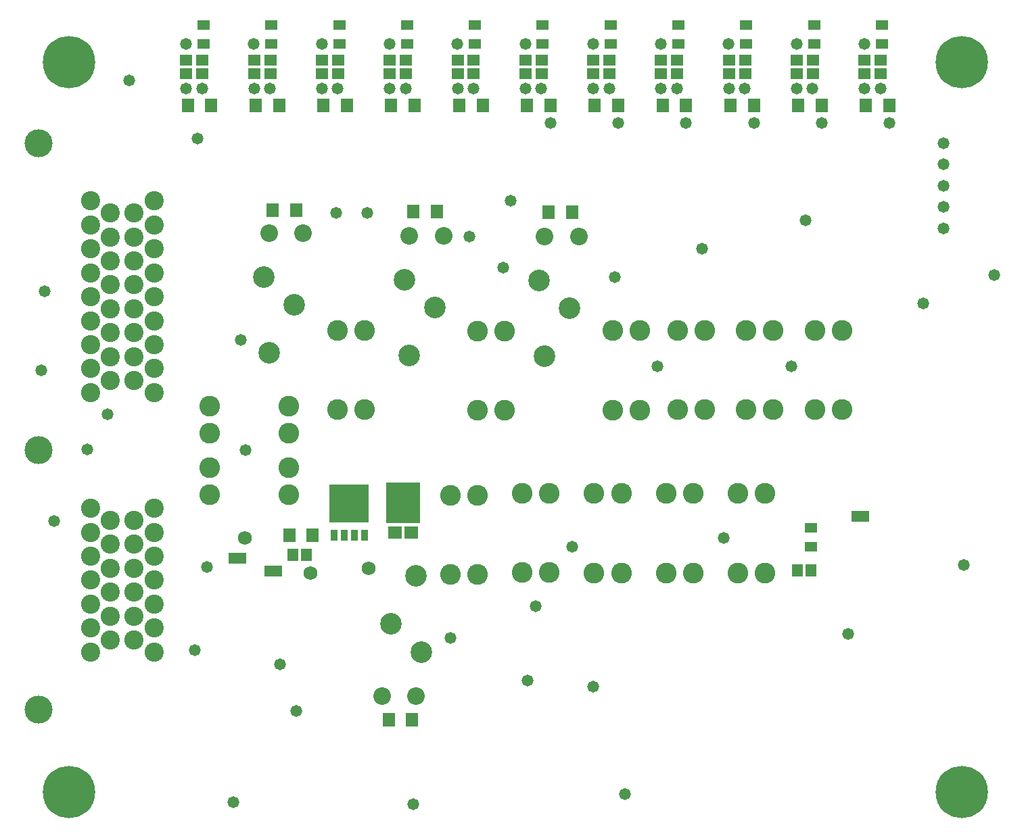
<source format=gbr>
%TF.GenerationSoftware,Altium Limited,Altium Designer,19.0.10 (269)*%
G04 Layer_Color=8388736*
%FSLAX26Y26*%
%MOIN*%
%TF.FileFunction,Soldermask,Top*%
%TF.Part,Single*%
G01*
G75*
%TA.AperFunction,SMDPad,CuDef*%
%ADD37R,0.061150X0.053276*%
%TA.AperFunction,ComponentPad*%
%ADD39C,0.102488*%
%ADD40C,0.094614*%
%ADD41C,0.137921*%
%TA.AperFunction,ViaPad*%
%ADD42C,0.068000*%
%ADD43C,0.258000*%
%TA.AperFunction,ComponentPad*%
%ADD44C,0.106425*%
%ADD45C,0.086740*%
%TA.AperFunction,ViaPad*%
%ADD46C,0.058000*%
%TA.AperFunction,SMDPad,CuDef*%
%ADD49R,0.059181X0.051307*%
%ADD50R,0.061150X0.065087*%
%ADD51R,0.088709X0.053276*%
%ADD52R,0.053276X0.061150*%
%ADD53R,0.193039X0.189102*%
%ADD54R,0.035559X0.053276*%
%ADD55R,0.065087X0.059181*%
%ADD56R,0.171386X0.200913*%
D37*
X879016Y3841276D02*
D03*
Y3910173D02*
D03*
X1213307Y3841276D02*
D03*
Y3910173D02*
D03*
X1547597Y3841276D02*
D03*
Y3910173D02*
D03*
X1881888Y3841276D02*
D03*
Y3910173D02*
D03*
X2216179Y3841276D02*
D03*
Y3910173D02*
D03*
X3887632Y3841276D02*
D03*
Y3910173D02*
D03*
X4221922Y3841276D02*
D03*
Y3910173D02*
D03*
X3553341Y3841276D02*
D03*
Y3910173D02*
D03*
X3219050Y3841276D02*
D03*
Y3910173D02*
D03*
X2884760Y3841276D02*
D03*
Y3910173D02*
D03*
X2550469Y3841276D02*
D03*
Y3910173D02*
D03*
X3632633Y3910174D02*
D03*
Y3841276D02*
D03*
X3966923Y3910174D02*
D03*
Y3841276D02*
D03*
X4301214Y3910174D02*
D03*
Y3841276D02*
D03*
X1961179Y3910174D02*
D03*
Y3841276D02*
D03*
X2295470Y3910174D02*
D03*
Y3841276D02*
D03*
X2629761Y3910174D02*
D03*
Y3841276D02*
D03*
X2964051Y3910174D02*
D03*
Y3841276D02*
D03*
X3298342Y3910174D02*
D03*
Y3841276D02*
D03*
X1626889Y3910174D02*
D03*
Y3841276D02*
D03*
X958308Y3910174D02*
D03*
Y3841276D02*
D03*
X1292598Y3910174D02*
D03*
Y3841276D02*
D03*
D39*
X1385551Y1765000D02*
D03*
X995000D02*
D03*
X1385551Y1898858D02*
D03*
X995000D02*
D03*
Y2203780D02*
D03*
X1385551D02*
D03*
X995000Y2069921D02*
D03*
X1385551D02*
D03*
X1624843Y2186206D02*
D03*
Y2576757D02*
D03*
X1758701Y2186206D02*
D03*
Y2576757D02*
D03*
X2313490Y2181724D02*
D03*
Y2572276D02*
D03*
X2447348Y2181724D02*
D03*
Y2572276D02*
D03*
X2979165Y2183724D02*
D03*
Y2574276D02*
D03*
X3113023Y2183724D02*
D03*
Y2574276D02*
D03*
X3299361Y2184449D02*
D03*
Y2575000D02*
D03*
X3433220Y2184449D02*
D03*
Y2575000D02*
D03*
X3638246Y2184724D02*
D03*
Y2575276D02*
D03*
X3772104Y2184724D02*
D03*
Y2575276D02*
D03*
X3978379Y2184898D02*
D03*
Y2575450D02*
D03*
X4112237Y2184898D02*
D03*
Y2575450D02*
D03*
X3731237Y1771450D02*
D03*
Y1380898D02*
D03*
X3597378Y1771450D02*
D03*
Y1380898D02*
D03*
X3376886Y1771000D02*
D03*
Y1380449D02*
D03*
X3243028Y1771000D02*
D03*
Y1380449D02*
D03*
X3022570Y1771450D02*
D03*
Y1380898D02*
D03*
X2888712Y1771450D02*
D03*
Y1380898D02*
D03*
X2667701Y1771757D02*
D03*
Y1381206D02*
D03*
X2533843Y1771757D02*
D03*
Y1381206D02*
D03*
X2313314Y1763253D02*
D03*
Y1372702D02*
D03*
X2179456Y1763253D02*
D03*
Y1372702D02*
D03*
D40*
X720866Y2269685D02*
D03*
Y2387795D02*
D03*
Y2505905D02*
D03*
Y2624016D02*
D03*
Y2742126D02*
D03*
Y2860236D02*
D03*
Y2978347D02*
D03*
Y3096457D02*
D03*
Y3214567D02*
D03*
X622441Y2328740D02*
D03*
Y2446850D02*
D03*
Y2564961D02*
D03*
Y2683071D02*
D03*
Y2801181D02*
D03*
Y2919291D02*
D03*
Y3037402D02*
D03*
Y3155512D02*
D03*
X504331Y2328740D02*
D03*
Y2446850D02*
D03*
Y2564961D02*
D03*
Y2683071D02*
D03*
Y2801181D02*
D03*
Y2919291D02*
D03*
Y3037402D02*
D03*
Y3155512D02*
D03*
X405906Y2269685D02*
D03*
Y2387795D02*
D03*
Y2505905D02*
D03*
Y2624016D02*
D03*
Y2742126D02*
D03*
Y2860236D02*
D03*
Y2978347D02*
D03*
Y3096457D02*
D03*
Y3214567D02*
D03*
Y1698819D02*
D03*
Y1580709D02*
D03*
Y1462599D02*
D03*
Y1344488D02*
D03*
Y1226378D02*
D03*
Y1108268D02*
D03*
Y990158D02*
D03*
X504331Y1639764D02*
D03*
Y1521654D02*
D03*
Y1403543D02*
D03*
Y1285433D02*
D03*
Y1167323D02*
D03*
Y1049213D02*
D03*
X622441Y1639764D02*
D03*
Y1521654D02*
D03*
Y1403543D02*
D03*
Y1285433D02*
D03*
Y1167323D02*
D03*
Y1049213D02*
D03*
X720866Y1698819D02*
D03*
Y1580709D02*
D03*
Y1462599D02*
D03*
Y1344488D02*
D03*
Y1226378D02*
D03*
Y1108268D02*
D03*
Y990158D02*
D03*
D41*
X150000Y704724D02*
D03*
Y1984252D02*
D03*
Y3500000D02*
D03*
D42*
X1166000Y1552000D02*
D03*
X1777000Y1401000D02*
D03*
X1490000Y1380000D02*
D03*
D43*
X4700000Y300000D02*
D03*
Y3900000D02*
D03*
X300000D02*
D03*
Y300000D02*
D03*
D44*
X2644656Y2449512D02*
D03*
X2619065Y2823528D02*
D03*
X2768671Y2685732D02*
D03*
X1979001Y2452449D02*
D03*
X1953410Y2826465D02*
D03*
X2103016Y2688670D02*
D03*
X1286000Y2466449D02*
D03*
X1260410Y2840465D02*
D03*
X1410016Y2702669D02*
D03*
X2011929Y1364551D02*
D03*
X2037520Y990535D02*
D03*
X1887913Y1128331D02*
D03*
D45*
X2813947Y3040063D02*
D03*
X2644656D02*
D03*
X2148292Y3043001D02*
D03*
X1979001D02*
D03*
X1455292Y3057000D02*
D03*
X1286000D02*
D03*
X1842638Y774000D02*
D03*
X2011929D02*
D03*
D46*
X934000Y3524000D02*
D03*
X3528000Y1553000D02*
D03*
X1771000Y3157000D02*
D03*
X2272663Y3040000D02*
D03*
X1616000Y3157000D02*
D03*
X2476217Y3214567D02*
D03*
X164695Y2380000D02*
D03*
X180000Y2769010D02*
D03*
X4344456Y3600000D02*
D03*
X3342396D02*
D03*
X597000Y3810000D02*
D03*
X4860000Y2850000D02*
D03*
X227000Y1634278D02*
D03*
X490000Y2162952D02*
D03*
X390000Y1990000D02*
D03*
X3860000Y2400000D02*
D03*
X3202201D02*
D03*
X2780726Y1510000D02*
D03*
X4710000Y1420000D02*
D03*
X4510000Y2710000D02*
D03*
X3930000Y3120000D02*
D03*
X3420000Y2980000D02*
D03*
X2990000Y2840465D02*
D03*
X2440000Y2884821D02*
D03*
X1170000Y1984252D02*
D03*
X1146000Y2530000D02*
D03*
X980000Y1410000D02*
D03*
X920000Y1000000D02*
D03*
X1340000Y930000D02*
D03*
X2180000Y1060000D02*
D03*
X1420000Y700000D02*
D03*
X2601000Y1215000D02*
D03*
X2560000Y850000D02*
D03*
X2883776Y820000D02*
D03*
X4140000Y1080000D02*
D03*
X3040000Y290000D02*
D03*
X1995969Y240000D02*
D03*
X1110000Y250000D02*
D03*
X3965388Y3768482D02*
D03*
X1959644D02*
D03*
X1625353D02*
D03*
X1881888Y3770726D02*
D03*
X4610000Y3080000D02*
D03*
Y3185000D02*
D03*
Y3290000D02*
D03*
Y3395000D02*
D03*
Y3500000D02*
D03*
X4010977Y3600000D02*
D03*
X3676686D02*
D03*
X3296806Y3768482D02*
D03*
X3008105Y3600000D02*
D03*
X2673814D02*
D03*
X1291063Y3768482D02*
D03*
X1212323Y3989740D02*
D03*
X1213307Y3770726D02*
D03*
X1546613Y3989740D02*
D03*
X1547597Y3770726D02*
D03*
X3631097Y3768482D02*
D03*
X3552357Y3989740D02*
D03*
X3553341Y3770726D02*
D03*
X3886647Y3989740D02*
D03*
X3887632Y3770726D02*
D03*
X4299678Y3768482D02*
D03*
X4220938Y3989740D02*
D03*
X4221922Y3770726D02*
D03*
X1880904Y3989740D02*
D03*
X2293935Y3768482D02*
D03*
X2215194Y3989740D02*
D03*
X2216179Y3770726D02*
D03*
X2628225Y3768482D02*
D03*
X2549485Y3989740D02*
D03*
X2550469Y3770726D02*
D03*
X2962516Y3768482D02*
D03*
X2883776Y3989740D02*
D03*
X2884760Y3770726D02*
D03*
X3218066Y3989740D02*
D03*
X3219050Y3770726D02*
D03*
X956772Y3768482D02*
D03*
X878032Y3989740D02*
D03*
X879016Y3770726D02*
D03*
D49*
X1967162Y3990724D02*
D03*
Y4081276D02*
D03*
X2301453Y3990724D02*
D03*
Y4081276D02*
D03*
X2635744Y3990724D02*
D03*
Y4081276D02*
D03*
X2970034Y3990724D02*
D03*
Y4081276D02*
D03*
X3304325Y3990724D02*
D03*
Y4081276D02*
D03*
X3638615Y3990724D02*
D03*
Y4081276D02*
D03*
X3972906Y3990724D02*
D03*
Y4081276D02*
D03*
X4307197Y3990724D02*
D03*
Y4081276D02*
D03*
X1632872Y3990724D02*
D03*
Y4081276D02*
D03*
X1298581Y3990724D02*
D03*
Y4081276D02*
D03*
X964291Y3990724D02*
D03*
Y4081276D02*
D03*
X3958308Y1601071D02*
D03*
Y1510520D02*
D03*
D50*
X1670943Y3686000D02*
D03*
X1554801D02*
D03*
X1336652D02*
D03*
X1220510D02*
D03*
X1002361D02*
D03*
X886220D02*
D03*
X2005233D02*
D03*
X1889092D02*
D03*
X3676686D02*
D03*
X3560545D02*
D03*
X4345267D02*
D03*
X4229126D02*
D03*
X4010977D02*
D03*
X3894835D02*
D03*
X2673814D02*
D03*
X2557673D02*
D03*
X2339524D02*
D03*
X2223382D02*
D03*
X3342396D02*
D03*
X3226254D02*
D03*
X3008105D02*
D03*
X2891963D02*
D03*
X1502362Y1564362D02*
D03*
X1386221D02*
D03*
X2664585Y3159063D02*
D03*
X2780726D02*
D03*
X1998929Y3162001D02*
D03*
X2115071D02*
D03*
X1304929Y3169758D02*
D03*
X1421071D02*
D03*
X1992000Y655000D02*
D03*
X1875858D02*
D03*
D51*
X1130000Y1451783D02*
D03*
X4200000Y1660000D02*
D03*
X1307000Y1389627D02*
D03*
D52*
X3889411Y1393000D02*
D03*
X3958308D02*
D03*
X1471740Y1469362D02*
D03*
X1402843D02*
D03*
D53*
X1681923Y1724173D02*
D03*
D54*
X1756923Y1566693D02*
D03*
X1706923D02*
D03*
X1656923D02*
D03*
X1606923D02*
D03*
D55*
X1906920Y1579055D02*
D03*
X1986920D02*
D03*
D56*
X1946920Y1725000D02*
D03*
%TF.MD5,0ffab6e5ca5440c722e8fc5d675c7e45*%
M02*

</source>
